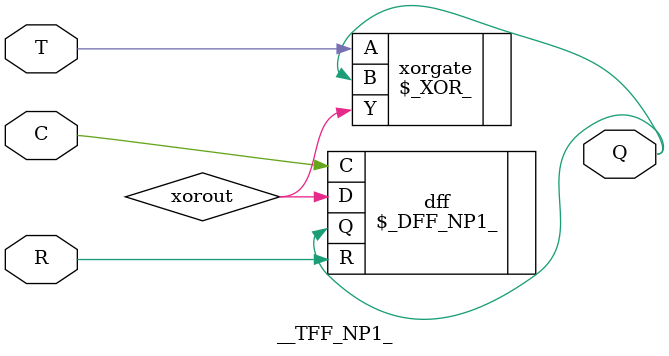
<source format=v>
module __TFF_NP1_ (T, C, R, Q);
	input T, C, R;
	output wire Q;
	wire xorout;
	$_XOR_ xorgate (
		.A(T),
		.B(Q),
		.Y(xorout),
	);
	$_DFF_NP1_ dff (
		.C(C),
		.D(xorout),
		.Q(Q),
		.R(R),
	);
endmodule
</source>
